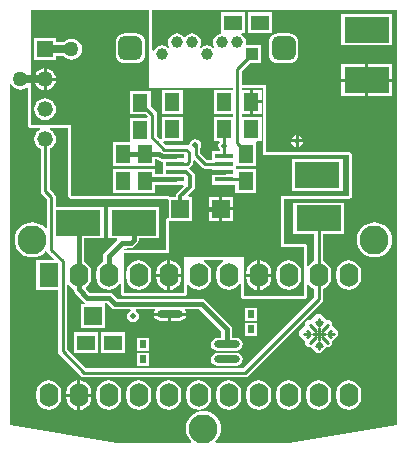
<source format=gbl>
%FSLAX25Y25*%
%MOIN*%
G70*
G01*
G75*
G04 Layer_Physical_Order=6*
G04 Layer_Color=16711680*
%ADD10O,0.08661X0.02362*%
%ADD11R,0.05000X0.06000*%
%ADD12C,0.01500*%
%ADD13C,0.01000*%
%ADD14C,0.02500*%
%ADD15O,0.06300X0.07874*%
%ADD16R,0.06300X0.07874*%
%ADD17C,0.03937*%
G04:AMPARAMS|DCode=18|XSize=78.74mil|YSize=78.74mil|CornerRadius=19.69mil|HoleSize=0mil|Usage=FLASHONLY|Rotation=180.000|XOffset=0mil|YOffset=0mil|HoleType=Round|Shape=RoundedRectangle|*
%AMROUNDEDRECTD18*
21,1,0.07874,0.03937,0,0,180.0*
21,1,0.03937,0.07874,0,0,180.0*
1,1,0.03937,-0.01969,0.01969*
1,1,0.03937,0.01969,0.01969*
1,1,0.03937,0.01969,-0.01969*
1,1,0.03937,-0.01969,-0.01969*
%
%ADD18ROUNDEDRECTD18*%
%ADD19R,0.03937X0.03937*%
%ADD20C,0.05200*%
%ADD21R,0.05200X0.05200*%
%ADD22R,0.02000X0.02500*%
%ADD23R,0.06000X0.06000*%
%ADD24R,0.06000X0.05000*%
%ADD25R,0.15000X0.08500*%
%ADD26C,0.09700*%
%ADD27C,0.05000*%
%ADD28C,0.02000*%
%ADD29C,0.04000*%
%ADD30C,0.09100*%
G04:AMPARAMS|DCode=31|XSize=111mil|YSize=111mil|CornerRadius=0mil|HoleSize=0mil|Usage=FLASHONLY|Rotation=0.000|XOffset=0mil|YOffset=0mil|HoleType=Round|Shape=Relief|Width=10mil|Gap=10mil|Entries=4|*
%AMTHD31*
7,0,0,0.11100,0.09100,0.01000,45*
%
%ADD31THD31*%
%ADD32C,0.06913*%
%ADD33C,0.09315*%
%ADD34C,0.07800*%
%ADD35C,0.04800*%
G04:AMPARAMS|DCode=36|XSize=68mil|YSize=68mil|CornerRadius=0mil|HoleSize=0mil|Usage=FLASHONLY|Rotation=0.000|XOffset=0mil|YOffset=0mil|HoleType=Round|Shape=Relief|Width=10mil|Gap=10mil|Entries=4|*
%AMTHD36*
7,0,0,0.06800,0.04800,0.01000,45*
%
%ADD36THD36*%
%ADD37C,0.12500*%
G04:AMPARAMS|DCode=38|XSize=88mil|YSize=88mil|CornerRadius=0mil|HoleSize=0mil|Usage=FLASHONLY|Rotation=0.000|XOffset=0mil|YOffset=0mil|HoleType=Round|Shape=Relief|Width=10mil|Gap=10mil|Entries=4|*
%AMTHD38*
7,0,0,0.08800,0.06800,0.01000,45*
%
%ADD38THD38*%
%ADD39C,0.06800*%
%ADD40C,0.03000*%
%ADD41C,0.00600*%
G04:AMPARAMS|DCode=42|XSize=98mil|YSize=98mil|CornerRadius=0mil|HoleSize=0mil|Usage=FLASHONLY|Rotation=0.000|XOffset=0mil|YOffset=0mil|HoleType=Round|Shape=Relief|Width=10mil|Gap=10mil|Entries=4|*
%AMTHD42*
7,0,0,0.09800,0.07800,0.01000,45*
%
%ADD42THD42*%
%ADD43R,0.06102X0.01575*%
%ADD44C,0.01200*%
G36*
X21501Y84000D02*
X21577Y83618D01*
X21793Y83293D01*
X22118Y83077D01*
X22500Y83001D01*
X54242D01*
X54294Y82924D01*
X54618Y82707D01*
X54870Y82657D01*
Y76643D01*
X54618Y76593D01*
X54294Y76376D01*
X54077Y76052D01*
X54001Y75670D01*
Y65999D01*
X40047D01*
X39997Y66120D01*
X40078Y66242D01*
X41559Y66536D01*
X42200D01*
X42875Y66670D01*
X43447Y67053D01*
X44447Y68053D01*
X44830Y68625D01*
X44964Y69300D01*
Y69770D01*
X51680D01*
Y80230D01*
X34720D01*
Y69770D01*
X37522D01*
X37714Y69308D01*
X33653Y65247D01*
X33270Y64675D01*
X33136Y64000D01*
Y62027D01*
X32817Y61895D01*
X31955Y61233D01*
X31293Y60370D01*
X30876Y59365D01*
X30734Y58287D01*
Y56713D01*
X30876Y55635D01*
X31293Y54630D01*
X31955Y53767D01*
X32817Y53105D01*
X33822Y52689D01*
X34900Y52547D01*
X35978Y52689D01*
X36983Y53105D01*
X37846Y53767D01*
X38508Y54630D01*
X38510Y54637D01*
X39001Y54540D01*
Y51500D01*
X39077Y51118D01*
X39294Y50793D01*
X39618Y50577D01*
X40000Y50501D01*
X60000D01*
X60382Y50577D01*
X60707Y50793D01*
X60923Y51118D01*
X60999Y51500D01*
Y54235D01*
X61473Y54395D01*
X61954Y53767D01*
X62817Y53105D01*
X63822Y52689D01*
X64900Y52547D01*
X65978Y52689D01*
X66983Y53105D01*
X67846Y53767D01*
X68508Y54630D01*
X68924Y55635D01*
X69066Y56713D01*
Y58287D01*
X68924Y59365D01*
X68508Y60370D01*
X67846Y61233D01*
X66983Y61895D01*
X66703Y62010D01*
X66801Y62501D01*
X72999D01*
X73097Y62010D01*
X72817Y61895D01*
X71954Y61233D01*
X71292Y60370D01*
X70876Y59365D01*
X70734Y58287D01*
Y56713D01*
X70876Y55635D01*
X71292Y54630D01*
X71954Y53767D01*
X72817Y53105D01*
X73822Y52689D01*
X74900Y52547D01*
X75978Y52689D01*
X76983Y53105D01*
X77846Y53767D01*
X78508Y54630D01*
X78510Y54637D01*
X79001Y54540D01*
Y50500D01*
X79077Y50118D01*
X79294Y49793D01*
X79618Y49577D01*
X80000Y49501D01*
X100000D01*
X100382Y49577D01*
X100707Y49793D01*
X100923Y50118D01*
X100999Y50500D01*
Y54235D01*
X101473Y54395D01*
X101954Y53767D01*
X102817Y53105D01*
X103391Y52868D01*
Y50125D01*
X79775Y26509D01*
X27325D01*
X21039Y32795D01*
Y54183D01*
X21512Y54343D01*
X21954Y53767D01*
X22817Y53105D01*
X22840Y53096D01*
X23136Y52800D01*
X23136Y52800D01*
D01*
X23270Y52125D01*
X23653Y51553D01*
X26586Y48619D01*
X27051Y48309D01*
X26906Y47830D01*
X25570D01*
Y39870D01*
X33530D01*
Y47749D01*
X33530Y47749D01*
D01*
D01*
X33530Y47830D01*
D01*
X33803Y48103D01*
X34303D01*
X35753Y46653D01*
X36325Y46270D01*
X37000Y46136D01*
X42046D01*
X42191Y45658D01*
X41622Y45278D01*
X41185Y44623D01*
X41031Y43850D01*
X41185Y43077D01*
X41622Y42423D01*
X42277Y41985D01*
X43050Y41831D01*
X43823Y41985D01*
X44477Y42423D01*
X44915Y43077D01*
X45069Y43850D01*
X44915Y44623D01*
X44477Y45278D01*
X43909Y45658D01*
X44054Y46136D01*
X50208D01*
X50444Y45695D01*
X50147Y45251D01*
X50077Y44900D01*
X60625D01*
X60555Y45251D01*
X60259Y45695D01*
X60494Y46136D01*
X65169D01*
X72485Y38821D01*
Y36603D01*
X71099D01*
X70256Y36436D01*
X69541Y35958D01*
X69064Y35243D01*
X68896Y34400D01*
X69064Y33557D01*
X69541Y32842D01*
X70256Y32364D01*
X71099Y32197D01*
X77398D01*
X78242Y32364D01*
X78957Y32842D01*
X79434Y33557D01*
X79602Y34400D01*
X79434Y35243D01*
X78957Y35958D01*
X78242Y36436D01*
X77398Y36603D01*
X76013D01*
Y39551D01*
X75878Y40226D01*
X75496Y40799D01*
X67147Y49147D01*
X66575Y49530D01*
X65900Y49664D01*
X37731D01*
X36281Y51114D01*
X35708Y51496D01*
X35034Y51630D01*
X28564D01*
X27311Y52883D01*
X27344Y53382D01*
X27845Y53767D01*
X28508Y54630D01*
X28924Y55635D01*
X29066Y56713D01*
Y58287D01*
X28924Y59365D01*
X28508Y60370D01*
X27845Y61233D01*
X26983Y61895D01*
X26664Y62027D01*
Y69770D01*
X33280D01*
Y80230D01*
X17219D01*
Y83500D01*
X17104Y84078D01*
X16777Y84567D01*
X15209Y86135D01*
Y99550D01*
X15505Y99673D01*
X16253Y100247D01*
X16827Y100995D01*
X17188Y101865D01*
X17311Y102800D01*
X17188Y103735D01*
X16827Y104605D01*
X16253Y105353D01*
X15505Y105927D01*
X15304Y106010D01*
X15402Y106501D01*
X21501D01*
Y84000D01*
D02*
G37*
G36*
X86500Y97500D02*
X115000D01*
Y84000D01*
X92500D01*
Y67000D01*
X100000D01*
Y50500D01*
X80000D01*
Y63500D01*
X60000D01*
Y51500D01*
X40000D01*
Y65000D01*
X55000D01*
Y75670D01*
X62830D01*
Y83630D01*
X61661D01*
X61470Y84092D01*
X63236Y85857D01*
X63585Y86380D01*
X63708Y86997D01*
Y90397D01*
X63651Y90680D01*
X63585Y91013D01*
X63585Y91013D01*
X63585Y91013D01*
X63448Y91217D01*
X63236Y91536D01*
X61884Y92888D01*
X61884Y92888D01*
X61884Y92888D01*
D01*
X61884Y92888D01*
X61852Y92936D01*
X61946Y93412D01*
X61946Y93412D01*
X61946Y93412D01*
X62649Y94115D01*
X62649Y94115D01*
X62867Y94442D01*
X62976Y94604D01*
X63091Y95182D01*
X63091Y95182D01*
Y95501D01*
X63553Y95693D01*
X65833Y93412D01*
X66322Y93085D01*
X66900Y92970D01*
X69318D01*
Y90133D01*
X69338D01*
Y87594D01*
X77120D01*
Y84920D01*
X84080D01*
Y92880D01*
X77420D01*
Y93708D01*
D01*
Y93708D01*
X77633Y93920D01*
X84080D01*
Y101880D01*
X84080D01*
Y101966D01*
X84434Y102320D01*
X85880D01*
Y110280D01*
X79209D01*
Y111300D01*
X81900D01*
Y115300D01*
Y119300D01*
X79209D01*
Y120000D01*
X86500D01*
Y97500D01*
D02*
G37*
G36*
X73869Y91129D02*
X72869D01*
Y91920D01*
X73869D01*
Y91129D01*
D02*
G37*
G36*
X130983Y7622D02*
X95140Y1617D01*
X70675D01*
X70507Y2088D01*
X70592Y2158D01*
X71321Y3045D01*
X71862Y4058D01*
X72196Y5157D01*
X72308Y6300D01*
X72196Y7443D01*
X71862Y8542D01*
X71321Y9555D01*
X70592Y10442D01*
X69705Y11171D01*
X68692Y11712D01*
X67593Y12046D01*
X66450Y12158D01*
X65307Y12046D01*
X64208Y11712D01*
X63195Y11171D01*
X62308Y10442D01*
X61579Y9555D01*
X61038Y8542D01*
X60704Y7443D01*
X60592Y6300D01*
X60704Y5157D01*
X61038Y4058D01*
X61579Y3045D01*
X62308Y2158D01*
X62393Y2088D01*
X62225Y1617D01*
X37760D01*
X1917Y7622D01*
Y121023D01*
X2407Y121121D01*
X2443Y121035D01*
X3004Y120304D01*
X3735Y119743D01*
X4586Y119390D01*
X5500Y119270D01*
X6414Y119390D01*
X7265Y119743D01*
X7552Y119963D01*
X8001Y119742D01*
Y107500D01*
X8077Y107118D01*
X8293Y106793D01*
X8618Y106577D01*
X9000Y106501D01*
X11998D01*
X12096Y106010D01*
X11895Y105927D01*
X11147Y105353D01*
X10573Y104605D01*
X10212Y103735D01*
X10089Y102800D01*
X10212Y101865D01*
X10573Y100995D01*
X11147Y100247D01*
X11895Y99673D01*
X12191Y99550D01*
Y85510D01*
X12306Y84933D01*
X12633Y84443D01*
X12633Y84443D01*
X12633Y84443D01*
X14201Y82875D01*
Y73258D01*
X13730Y73089D01*
X13522Y73342D01*
X12635Y74071D01*
X11622Y74612D01*
X10523Y74946D01*
X9380Y75058D01*
X8237Y74946D01*
X7138Y74612D01*
X6125Y74071D01*
X5238Y73342D01*
X4509Y72455D01*
X3968Y71442D01*
X3634Y70343D01*
X3522Y69200D01*
X3634Y68057D01*
X3968Y66958D01*
X4509Y65945D01*
X5238Y65058D01*
X6125Y64329D01*
X7138Y63788D01*
X8237Y63454D01*
X9380Y63342D01*
X10523Y63454D01*
X11622Y63788D01*
X12635Y64329D01*
X13522Y65058D01*
X13828Y65430D01*
X14313Y65308D01*
X14316Y65293D01*
X14643Y64803D01*
X16567Y62879D01*
X16376Y62417D01*
X10770D01*
Y52583D01*
X18021D01*
Y32170D01*
X18136Y31593D01*
X18463Y31103D01*
X18463Y31103D01*
X18463Y31103D01*
X25633Y23933D01*
X25633D01*
X25633Y23933D01*
X25633Y23933D01*
Y23933D01*
X26122Y23606D01*
X26700Y23491D01*
X80400D01*
X80977Y23606D01*
X81467Y23933D01*
X81467Y23933D01*
X81467Y23933D01*
X105967Y48433D01*
X105967Y48433D01*
X105967Y48433D01*
X106294Y48923D01*
X106409Y49500D01*
Y52868D01*
X106983Y53105D01*
X107846Y53767D01*
X108508Y54630D01*
X108924Y55635D01*
X109066Y56713D01*
Y58287D01*
X108924Y59365D01*
X108508Y60370D01*
X107846Y61233D01*
X106983Y61895D01*
X106409Y62132D01*
Y71170D01*
X113380D01*
Y81630D01*
X96420D01*
Y71170D01*
X103391D01*
Y62132D01*
X102817Y61895D01*
X101954Y61233D01*
X101473Y60605D01*
X100999Y60765D01*
Y67000D01*
X100923Y67382D01*
X100707Y67707D01*
X100382Y67923D01*
X100000Y67999D01*
X93499D01*
Y83001D01*
X115000D01*
X115382Y83077D01*
X115707Y83293D01*
X115923Y83618D01*
X115999Y84000D01*
Y97500D01*
X115923Y97882D01*
X115707Y98207D01*
X115382Y98423D01*
X115000Y98499D01*
X87499D01*
Y120000D01*
X87423Y120382D01*
X87207Y120706D01*
X86882Y120923D01*
X86500Y120999D01*
X79209D01*
Y125483D01*
X81878Y128152D01*
X85641D01*
Y134048D01*
X80915D01*
X80585Y134424D01*
X80666Y135037D01*
X80565Y135807D01*
X80268Y136524D01*
X79795Y137140D01*
X79179Y137612D01*
X79138Y137630D01*
X79235Y138120D01*
X80280D01*
Y145080D01*
X72320D01*
Y140838D01*
X72320D01*
X72320Y140838D01*
X72320Y138120D01*
Y138120D01*
Y137962D01*
X71922Y137910D01*
X71205Y137612D01*
X70589Y137140D01*
X70117Y136524D01*
X69820Y135807D01*
X69718Y135037D01*
X69820Y134267D01*
X70108Y133572D01*
X69711Y133267D01*
X69179Y133676D01*
X68462Y133973D01*
X67692Y134074D01*
X66922Y133973D01*
X66205Y133676D01*
X65673Y133267D01*
X65277Y133572D01*
X65565Y134267D01*
X65666Y135037D01*
X65565Y135807D01*
X65268Y136524D01*
X64795Y137140D01*
X64179Y137612D01*
X63462Y137910D01*
X62692Y138011D01*
X61923Y137910D01*
X61205Y137612D01*
X60589Y137140D01*
X60442Y136948D01*
X59942D01*
X59795Y137140D01*
X59179Y137612D01*
X58462Y137910D01*
X57692Y138011D01*
X56923Y137910D01*
X56205Y137612D01*
X55589Y137140D01*
X55117Y136524D01*
X54820Y135807D01*
X54718Y135037D01*
X54820Y134267D01*
X55108Y133572D01*
X54711Y133267D01*
X54179Y133676D01*
X53462Y133973D01*
X52692Y134074D01*
X51923Y133973D01*
X51205Y133676D01*
X50589Y133203D01*
X50117Y132587D01*
X49990Y132280D01*
X49499Y132378D01*
Y145783D01*
X130983D01*
Y7622D01*
D02*
G37*
G36*
X48500Y120000D02*
X76191D01*
Y119280D01*
X69920D01*
Y111320D01*
X76191D01*
Y110280D01*
X69920D01*
Y102320D01*
X71638D01*
X71873Y101879D01*
X71535Y101373D01*
X71381Y100600D01*
X71535Y99827D01*
X71891Y99295D01*
Y98806D01*
X69338D01*
Y95988D01*
X67525D01*
X65509Y98004D01*
Y99794D01*
X65665Y100027D01*
X65819Y100800D01*
X65665Y101573D01*
X65228Y102227D01*
X64573Y102665D01*
X63800Y102819D01*
X63027Y102665D01*
X62372Y102227D01*
X61935Y101573D01*
X61796Y100876D01*
X61459Y100736D01*
X61303Y100705D01*
X61281Y100720D01*
X60703Y100835D01*
X54081D01*
X53058Y101858D01*
X53249Y102320D01*
X59580D01*
Y110280D01*
X52620D01*
Y102949D01*
X52158Y102758D01*
X52109Y102808D01*
X51682Y103092D01*
X51009Y103766D01*
Y111000D01*
X50894Y111577D01*
X50567Y112067D01*
X50567Y112067D01*
X48980Y113654D01*
Y118980D01*
X42020D01*
Y111020D01*
X47346D01*
X47924Y110442D01*
X47733Y109980D01*
X42020D01*
Y102020D01*
D01*
Y102020D01*
X41880Y101880D01*
X36320D01*
Y93920D01*
X43280D01*
Y93920D01*
X43280D01*
X43280Y93920D01*
X43520D01*
Y93920D01*
X50480D01*
Y96136D01*
X50969D01*
X51314Y95791D01*
X51886Y95409D01*
X52561Y95275D01*
X52999D01*
Y95271D01*
Y92712D01*
Y91125D01*
X50480D01*
Y92880D01*
X43634D01*
X43634Y92880D01*
Y92880D01*
X43520Y92880D01*
X43400D01*
X43280D01*
X43166Y92880D01*
X43166Y92880D01*
Y92880D01*
X36320D01*
Y84920D01*
X43166D01*
X43166Y84920D01*
Y84920D01*
X43280Y84920D01*
X43400D01*
X43520D01*
X43634Y84920D01*
X43634Y84920D01*
Y84920D01*
X50480D01*
Y87598D01*
X52999D01*
Y87594D01*
X59763D01*
X59954Y87132D01*
X57711Y84889D01*
X57362Y84367D01*
X57239Y83750D01*
Y83630D01*
X55000D01*
Y84000D01*
X22500D01*
Y107500D01*
X9000D01*
Y122724D01*
X9010Y122800D01*
X9000Y122876D01*
Y145783D01*
X48500D01*
Y120000D01*
D02*
G37*
%LPC*%
G36*
X54851Y43900D02*
X50077D01*
X50147Y43549D01*
X50629Y42827D01*
X51351Y42345D01*
X52202Y42176D01*
X54851D01*
Y43900D01*
D02*
G37*
G36*
X60625D02*
X55851D01*
Y42176D01*
X58501D01*
X59352Y42345D01*
X60073Y42827D01*
X60555Y43549D01*
X60625Y43900D01*
D02*
G37*
G36*
X48280Y36630D02*
X44320D01*
Y32170D01*
X48280D01*
Y36630D01*
D02*
G37*
G36*
X84380Y46630D02*
X80420D01*
Y42170D01*
X84380D01*
Y46630D01*
D02*
G37*
G36*
Y41630D02*
X80420D01*
Y37170D01*
X84380D01*
Y41630D01*
D02*
G37*
G36*
X59086Y57000D02*
X55400D01*
Y52593D01*
X55983Y52670D01*
X56993Y53088D01*
X57860Y53753D01*
X58525Y54620D01*
X58943Y55630D01*
X59086Y56713D01*
Y57000D01*
D02*
G37*
G36*
X54400D02*
X50714D01*
Y56713D01*
X50857Y55630D01*
X51275Y54620D01*
X51940Y53753D01*
X52807Y53088D01*
X53817Y52670D01*
X54400Y52593D01*
Y57000D01*
D02*
G37*
G36*
X89086D02*
X85400D01*
Y52593D01*
X85983Y52670D01*
X86993Y53088D01*
X87860Y53753D01*
X88525Y54620D01*
X88943Y55630D01*
X89086Y56713D01*
Y57000D01*
D02*
G37*
G36*
X84400D02*
X80714D01*
Y56713D01*
X80857Y55630D01*
X81275Y54620D01*
X81940Y53753D01*
X82807Y53088D01*
X83817Y52670D01*
X84400Y52593D01*
Y57000D01*
D02*
G37*
G36*
X44900Y62453D02*
X43822Y62311D01*
X42817Y61895D01*
X41954Y61233D01*
X41293Y60370D01*
X40876Y59365D01*
X40734Y58287D01*
Y56713D01*
X40876Y55635D01*
X41293Y54630D01*
X41954Y53767D01*
X42817Y53105D01*
X43822Y52689D01*
X44900Y52547D01*
X45978Y52689D01*
X46983Y53105D01*
X47846Y53767D01*
X48507Y54630D01*
X48924Y55635D01*
X49066Y56713D01*
Y58287D01*
X48924Y59365D01*
X48507Y60370D01*
X47846Y61233D01*
X46983Y61895D01*
X45978Y62311D01*
X44900Y62453D01*
D02*
G37*
G36*
X104900Y44509D02*
X104323Y44394D01*
X103833Y44067D01*
X103506Y43578D01*
X103475Y43424D01*
X103323Y43394D01*
X102833Y43067D01*
X102506Y42577D01*
X102288Y42432D01*
X101900Y42509D01*
X101322Y42394D01*
X100833Y42067D01*
X100506Y41578D01*
X100391Y41000D01*
X100504Y40430D01*
X100322Y40394D01*
X99833Y40067D01*
X99506Y39577D01*
X99476Y39424D01*
X99322Y39394D01*
X98833Y39067D01*
X98506Y38577D01*
X98391Y38000D01*
X98506Y37422D01*
X98833Y36933D01*
X99322Y36606D01*
X99476Y36575D01*
X99506Y36423D01*
X99833Y35933D01*
X100322Y35606D01*
X100468Y35388D01*
X100439Y35243D01*
X100391Y35000D01*
X100506Y34422D01*
X100833Y33933D01*
X101322Y33606D01*
X101900Y33491D01*
X102288Y33568D01*
X102506Y33422D01*
X102833Y32933D01*
X103323Y32606D01*
X103475Y32576D01*
X103506Y32423D01*
X103833Y31933D01*
X104323Y31606D01*
X104900Y31491D01*
X105477Y31606D01*
X105967Y31933D01*
X106294Y32423D01*
X106325Y32576D01*
X106477Y32606D01*
X106967Y32933D01*
X107294Y33422D01*
X107294Y33422D01*
Y33422D01*
X107512Y33568D01*
X107900Y33491D01*
X108477Y33606D01*
X108967Y33933D01*
X109294Y34422D01*
X109409Y35000D01*
X109332Y35388D01*
X109477Y35606D01*
X109477D01*
X109477Y35606D01*
X109967Y35933D01*
X110294Y36423D01*
X110325Y36575D01*
X110477Y36606D01*
X110967Y36933D01*
X111294Y37422D01*
X111409Y38000D01*
X111294Y38577D01*
X110967Y39067D01*
X110477Y39394D01*
X110325Y39424D01*
X110294Y39577D01*
X109967Y40067D01*
X109477Y40394D01*
X109477Y40394D01*
X109477D01*
X109332Y40612D01*
X109409Y41000D01*
X109294Y41578D01*
X108967Y42067D01*
X108477Y42394D01*
X107900Y42509D01*
X107512Y42432D01*
X107294Y42577D01*
Y42577D01*
X107294Y42577D01*
X106967Y43067D01*
X106477Y43394D01*
X106325Y43424D01*
X106294Y43578D01*
X105967Y44067D01*
X105477Y44394D01*
X104900Y44509D01*
D02*
G37*
G36*
X114900Y62453D02*
X113822Y62311D01*
X112817Y61895D01*
X111954Y61233D01*
X111293Y60370D01*
X110876Y59365D01*
X110734Y58287D01*
Y56713D01*
X110876Y55635D01*
X111293Y54630D01*
X111954Y53767D01*
X112817Y53105D01*
X113822Y52689D01*
X114900Y52547D01*
X115978Y52689D01*
X116983Y53105D01*
X117846Y53767D01*
X118508Y54630D01*
X118924Y55635D01*
X119066Y56713D01*
Y58287D01*
X118924Y59365D01*
X118508Y60370D01*
X117846Y61233D01*
X116983Y61895D01*
X115978Y62311D01*
X114900Y62453D01*
D02*
G37*
G36*
X94900D02*
X93822Y62311D01*
X92817Y61895D01*
X91954Y61233D01*
X91292Y60370D01*
X90876Y59365D01*
X90734Y58287D01*
Y56713D01*
X90876Y55635D01*
X91292Y54630D01*
X91954Y53767D01*
X92817Y53105D01*
X93822Y52689D01*
X94900Y52547D01*
X95978Y52689D01*
X96983Y53105D01*
X97846Y53767D01*
X98508Y54630D01*
X98924Y55635D01*
X99066Y56713D01*
Y58287D01*
X98924Y59365D01*
X98508Y60370D01*
X97846Y61233D01*
X96983Y61895D01*
X95978Y62311D01*
X94900Y62453D01*
D02*
G37*
G36*
X84900Y22453D02*
X83822Y22311D01*
X82817Y21895D01*
X81954Y21233D01*
X81292Y20370D01*
X80876Y19365D01*
X80734Y18287D01*
Y16713D01*
X80876Y15635D01*
X81292Y14630D01*
X81954Y13767D01*
X82817Y13105D01*
X83822Y12689D01*
X84900Y12547D01*
X85978Y12689D01*
X86983Y13105D01*
X87846Y13767D01*
X88508Y14630D01*
X88924Y15635D01*
X89066Y16713D01*
Y18287D01*
X88924Y19365D01*
X88508Y20370D01*
X87846Y21233D01*
X86983Y21895D01*
X85978Y22311D01*
X84900Y22453D01*
D02*
G37*
G36*
X74900D02*
X73822Y22311D01*
X72817Y21895D01*
X71954Y21233D01*
X71292Y20370D01*
X70876Y19365D01*
X70734Y18287D01*
Y16713D01*
X70876Y15635D01*
X71292Y14630D01*
X71954Y13767D01*
X72817Y13105D01*
X73822Y12689D01*
X74900Y12547D01*
X75978Y12689D01*
X76983Y13105D01*
X77846Y13767D01*
X78508Y14630D01*
X78924Y15635D01*
X79066Y16713D01*
Y18287D01*
X78924Y19365D01*
X78508Y20370D01*
X77846Y21233D01*
X76983Y21895D01*
X75978Y22311D01*
X74900Y22453D01*
D02*
G37*
G36*
X104900D02*
X103822Y22311D01*
X102817Y21895D01*
X101954Y21233D01*
X101292Y20370D01*
X100876Y19365D01*
X100734Y18287D01*
Y16713D01*
X100876Y15635D01*
X101292Y14630D01*
X101954Y13767D01*
X102817Y13105D01*
X103822Y12689D01*
X104900Y12547D01*
X105978Y12689D01*
X106983Y13105D01*
X107846Y13767D01*
X108508Y14630D01*
X108924Y15635D01*
X109066Y16713D01*
Y18287D01*
X108924Y19365D01*
X108508Y20370D01*
X107846Y21233D01*
X106983Y21895D01*
X105978Y22311D01*
X104900Y22453D01*
D02*
G37*
G36*
X94900D02*
X93822Y22311D01*
X92817Y21895D01*
X91954Y21233D01*
X91292Y20370D01*
X90876Y19365D01*
X90734Y18287D01*
Y16713D01*
X90876Y15635D01*
X91292Y14630D01*
X91954Y13767D01*
X92817Y13105D01*
X93822Y12689D01*
X94900Y12547D01*
X95978Y12689D01*
X96983Y13105D01*
X97846Y13767D01*
X98508Y14630D01*
X98924Y15635D01*
X99066Y16713D01*
Y18287D01*
X98924Y19365D01*
X98508Y20370D01*
X97846Y21233D01*
X96983Y21895D01*
X95978Y22311D01*
X94900Y22453D01*
D02*
G37*
G36*
X64900D02*
X63822Y22311D01*
X62817Y21895D01*
X61954Y21233D01*
X61292Y20370D01*
X60876Y19365D01*
X60734Y18287D01*
Y16713D01*
X60876Y15635D01*
X61292Y14630D01*
X61954Y13767D01*
X62817Y13105D01*
X63822Y12689D01*
X64900Y12547D01*
X65978Y12689D01*
X66983Y13105D01*
X67846Y13767D01*
X68508Y14630D01*
X68924Y15635D01*
X69066Y16713D01*
Y18287D01*
X68924Y19365D01*
X68508Y20370D01*
X67846Y21233D01*
X66983Y21895D01*
X65978Y22311D01*
X64900Y22453D01*
D02*
G37*
G36*
X34900D02*
X33822Y22311D01*
X32817Y21895D01*
X31955Y21233D01*
X31293Y20370D01*
X30876Y19365D01*
X30734Y18287D01*
Y16713D01*
X30876Y15635D01*
X31293Y14630D01*
X31955Y13767D01*
X32817Y13105D01*
X33822Y12689D01*
X34900Y12547D01*
X35978Y12689D01*
X36983Y13105D01*
X37846Y13767D01*
X38508Y14630D01*
X38924Y15635D01*
X39066Y16713D01*
Y18287D01*
X38924Y19365D01*
X38508Y20370D01*
X37846Y21233D01*
X36983Y21895D01*
X35978Y22311D01*
X34900Y22453D01*
D02*
G37*
G36*
X14900D02*
X13822Y22311D01*
X12817Y21895D01*
X11954Y21233D01*
X11292Y20370D01*
X10876Y19365D01*
X10734Y18287D01*
Y16713D01*
X10876Y15635D01*
X11292Y14630D01*
X11954Y13767D01*
X12817Y13105D01*
X13822Y12689D01*
X14900Y12547D01*
X15978Y12689D01*
X16983Y13105D01*
X17846Y13767D01*
X18508Y14630D01*
X18924Y15635D01*
X19066Y16713D01*
Y18287D01*
X18924Y19365D01*
X18508Y20370D01*
X17846Y21233D01*
X16983Y21895D01*
X15978Y22311D01*
X14900Y22453D01*
D02*
G37*
G36*
X54900D02*
X53822Y22311D01*
X52817Y21895D01*
X51954Y21233D01*
X51292Y20370D01*
X50876Y19365D01*
X50734Y18287D01*
Y16713D01*
X50876Y15635D01*
X51292Y14630D01*
X51954Y13767D01*
X52817Y13105D01*
X53822Y12689D01*
X54900Y12547D01*
X55978Y12689D01*
X56983Y13105D01*
X57846Y13767D01*
X58508Y14630D01*
X58924Y15635D01*
X59066Y16713D01*
Y18287D01*
X58924Y19365D01*
X58508Y20370D01*
X57846Y21233D01*
X56983Y21895D01*
X55978Y22311D01*
X54900Y22453D01*
D02*
G37*
G36*
X44900D02*
X43822Y22311D01*
X42817Y21895D01*
X41954Y21233D01*
X41293Y20370D01*
X40876Y19365D01*
X40734Y18287D01*
Y16713D01*
X40876Y15635D01*
X41293Y14630D01*
X41954Y13767D01*
X42817Y13105D01*
X43822Y12689D01*
X44900Y12547D01*
X45978Y12689D01*
X46983Y13105D01*
X47846Y13767D01*
X48507Y14630D01*
X48924Y15635D01*
X49066Y16713D01*
Y18287D01*
X48924Y19365D01*
X48507Y20370D01*
X47846Y21233D01*
X46983Y21895D01*
X45978Y22311D01*
X44900Y22453D01*
D02*
G37*
G36*
X77398Y31603D02*
X71099D01*
X70256Y31436D01*
X69541Y30958D01*
X69064Y30243D01*
X68896Y29400D01*
X69064Y28557D01*
X69541Y27842D01*
X70256Y27364D01*
X71099Y27197D01*
X77398D01*
X78242Y27364D01*
X78957Y27842D01*
X79434Y28557D01*
X79602Y29400D01*
X79434Y30243D01*
X78957Y30958D01*
X78242Y31436D01*
X77398Y31603D01*
D02*
G37*
G36*
X48280Y31630D02*
X44320D01*
Y27170D01*
X48280D01*
Y31630D01*
D02*
G37*
G36*
X40280Y38480D02*
X32320D01*
Y31520D01*
X40280D01*
Y38480D01*
D02*
G37*
G36*
X31280D02*
X23320D01*
Y31520D01*
X31280D01*
Y38480D01*
D02*
G37*
G36*
X25400Y22407D02*
Y18000D01*
X29086D01*
Y18287D01*
X28943Y19370D01*
X28525Y20380D01*
X27860Y21247D01*
X26993Y21912D01*
X25983Y22330D01*
X25400Y22407D01*
D02*
G37*
G36*
X24400Y17000D02*
X20714D01*
Y16713D01*
X20857Y15630D01*
X21275Y14620D01*
X21940Y13753D01*
X22807Y13088D01*
X23817Y12670D01*
X24400Y12593D01*
Y17000D01*
D02*
G37*
G36*
X114900Y22453D02*
X113822Y22311D01*
X112817Y21895D01*
X111954Y21233D01*
X111293Y20370D01*
X110876Y19365D01*
X110734Y18287D01*
Y16713D01*
X110876Y15635D01*
X111293Y14630D01*
X111954Y13767D01*
X112817Y13105D01*
X113822Y12689D01*
X114900Y12547D01*
X115978Y12689D01*
X116983Y13105D01*
X117846Y13767D01*
X118508Y14630D01*
X118924Y15635D01*
X119066Y16713D01*
Y18287D01*
X118924Y19365D01*
X118508Y20370D01*
X117846Y21233D01*
X116983Y21895D01*
X115978Y22311D01*
X114900Y22453D01*
D02*
G37*
G36*
X24400Y22407D02*
X23817Y22330D01*
X22807Y21912D01*
X21940Y21247D01*
X21275Y20380D01*
X20857Y19370D01*
X20714Y18287D01*
Y18000D01*
X24400D01*
Y22407D01*
D02*
G37*
G36*
X29086Y17000D02*
X25400D01*
Y12593D01*
X25983Y12670D01*
X26993Y13088D01*
X27860Y13753D01*
X28525Y14620D01*
X28943Y15630D01*
X29086Y16713D01*
Y17000D01*
D02*
G37*
G36*
X13200Y122300D02*
X10135D01*
X10193Y121860D01*
X10555Y120984D01*
X11133Y120232D01*
X11885Y119655D01*
X12760Y119293D01*
X13200Y119235D01*
Y122300D01*
D02*
G37*
G36*
X17265D02*
X14200D01*
Y119235D01*
X14640Y119293D01*
X15516Y119655D01*
X16267Y120232D01*
X16845Y120984D01*
X17207Y121860D01*
X17265Y122300D01*
D02*
G37*
G36*
X120500Y127750D02*
X112500D01*
Y123000D01*
X120500D01*
Y127750D01*
D02*
G37*
G36*
X129500Y122000D02*
X121500D01*
Y117250D01*
X129500D01*
Y122000D01*
D02*
G37*
G36*
X59580Y119280D02*
X52620D01*
Y111320D01*
X59580D01*
Y119280D01*
D02*
G37*
G36*
X85900Y119300D02*
X82900D01*
Y115800D01*
X85900D01*
Y119300D01*
D02*
G37*
G36*
X120500Y122000D02*
X112500D01*
Y117250D01*
X120500D01*
Y122000D01*
D02*
G37*
G36*
X129500Y127750D02*
X121500D01*
Y123000D01*
X129500D01*
Y127750D01*
D02*
G37*
G36*
X17280Y136380D02*
X10120D01*
Y129220D01*
X17280D01*
Y130526D01*
X19858D01*
X20018Y130318D01*
X20745Y129760D01*
X21591Y129410D01*
X22500Y129290D01*
X23408Y129410D01*
X24255Y129760D01*
X24982Y130318D01*
X25540Y131045D01*
X25890Y131892D01*
X26010Y132800D01*
X25890Y133709D01*
X25540Y134555D01*
X24982Y135282D01*
X24255Y135840D01*
X23408Y136190D01*
X22500Y136310D01*
X21591Y136190D01*
X20745Y135840D01*
X20018Y135282D01*
X19858Y135074D01*
X17280D01*
Y136380D01*
D02*
G37*
G36*
X129480Y144530D02*
X112520D01*
Y134070D01*
X129480D01*
Y144530D01*
D02*
G37*
G36*
X89280Y145080D02*
X81320D01*
Y138120D01*
X89280D01*
Y145080D01*
D02*
G37*
G36*
X95173Y138011D02*
X91236D01*
X90466Y137910D01*
X89749Y137613D01*
X89133Y137140D01*
X88660Y136524D01*
X88363Y135807D01*
X88261Y135037D01*
Y131100D01*
X88363Y130330D01*
X88660Y129613D01*
X89133Y128997D01*
X89749Y128525D01*
X90466Y128227D01*
X91236Y128126D01*
X95173D01*
X95942Y128227D01*
X96659Y128525D01*
X97275Y128997D01*
X97748Y129613D01*
X98045Y130330D01*
X98146Y131100D01*
Y135037D01*
X98045Y135807D01*
X97748Y136524D01*
X97275Y137140D01*
X96659Y137613D01*
X95942Y137910D01*
X95173Y138011D01*
D02*
G37*
G36*
X13200Y126365D02*
X12760Y126307D01*
X11885Y125945D01*
X11133Y125368D01*
X10555Y124616D01*
X10193Y123740D01*
X10135Y123300D01*
X13200D01*
Y126365D01*
D02*
G37*
G36*
X14200D02*
Y123300D01*
X17265D01*
X17207Y123740D01*
X16845Y124616D01*
X16267Y125368D01*
X15516Y125945D01*
X14640Y126307D01*
X14200Y126365D01*
D02*
G37*
G36*
X44149Y138011D02*
X40212D01*
X39442Y137910D01*
X38725Y137613D01*
X38109Y137140D01*
X37636Y136524D01*
X37339Y135807D01*
X37238Y135037D01*
Y131100D01*
X37339Y130330D01*
X37636Y129613D01*
X38109Y128997D01*
X38725Y128525D01*
X39442Y128227D01*
X40212Y128126D01*
X44149D01*
X44918Y128227D01*
X45636Y128525D01*
X46252Y128997D01*
X46724Y129613D01*
X47021Y130330D01*
X47123Y131100D01*
Y135037D01*
X47021Y135807D01*
X46724Y136524D01*
X46252Y137140D01*
X45636Y137613D01*
X44918Y137910D01*
X44149Y138011D01*
D02*
G37*
G36*
X85900Y114800D02*
X82900D01*
Y111300D01*
X85900D01*
Y114800D01*
D02*
G37*
G36*
X123480Y75058D02*
X122337Y74946D01*
X121238Y74612D01*
X120225Y74071D01*
X119338Y73342D01*
X118609Y72455D01*
X118068Y71442D01*
X117734Y70343D01*
X117622Y69200D01*
X117734Y68057D01*
X118068Y66958D01*
X118609Y65945D01*
X119338Y65058D01*
X120225Y64329D01*
X121238Y63788D01*
X122337Y63454D01*
X123480Y63342D01*
X124623Y63454D01*
X125722Y63788D01*
X126735Y64329D01*
X127622Y65058D01*
X128351Y65945D01*
X128892Y66958D01*
X129226Y68057D01*
X129338Y69200D01*
X129226Y70343D01*
X128892Y71442D01*
X128351Y72455D01*
X127622Y73342D01*
X126735Y74071D01*
X125722Y74612D01*
X124623Y74946D01*
X123480Y75058D01*
D02*
G37*
G36*
X71850Y79150D02*
X68350D01*
Y75650D01*
X71850D01*
Y79150D01*
D02*
G37*
G36*
X76350D02*
X72850D01*
Y75650D01*
X76350D01*
Y79150D01*
D02*
G37*
G36*
X85400Y62407D02*
Y58000D01*
X89086D01*
Y58287D01*
X88943Y59370D01*
X88525Y60380D01*
X87860Y61247D01*
X86993Y61912D01*
X85983Y62330D01*
X85400Y62407D01*
D02*
G37*
G36*
X54400D02*
X53817Y62330D01*
X52807Y61912D01*
X51940Y61247D01*
X51275Y60380D01*
X50857Y59370D01*
X50714Y58287D01*
Y58000D01*
X54400D01*
Y62407D01*
D02*
G37*
G36*
X55400D02*
Y58000D01*
X59086D01*
Y58287D01*
X58943Y59370D01*
X58525Y60380D01*
X57860Y61247D01*
X56993Y61912D01*
X55983Y62330D01*
X55400Y62407D01*
D02*
G37*
G36*
X84400D02*
X83817Y62330D01*
X82807Y61912D01*
X81940Y61247D01*
X81275Y60380D01*
X80857Y59370D01*
X80714Y58287D01*
Y58000D01*
X84400D01*
Y62407D01*
D02*
G37*
G36*
X71850Y83650D02*
X68350D01*
Y80150D01*
X71850D01*
Y83650D01*
D02*
G37*
G36*
X97200Y104140D02*
X96920Y104084D01*
X96258Y103642D01*
X95816Y102980D01*
X95760Y102700D01*
X97200D01*
Y104140D01*
D02*
G37*
G36*
X98200D02*
Y102700D01*
X99640D01*
X99584Y102980D01*
X99142Y103642D01*
X98480Y104084D01*
X98200Y104140D01*
D02*
G37*
G36*
X13700Y116411D02*
X12765Y116288D01*
X11895Y115927D01*
X11147Y115353D01*
X10573Y114605D01*
X10212Y113735D01*
X10089Y112800D01*
X10212Y111865D01*
X10573Y110995D01*
X11147Y110247D01*
X11895Y109673D01*
X12765Y109312D01*
X13700Y109189D01*
X14635Y109312D01*
X15505Y109673D01*
X16253Y110247D01*
X16827Y110995D01*
X17188Y111865D01*
X17311Y112800D01*
X17188Y113735D01*
X16827Y114605D01*
X16253Y115353D01*
X15505Y115927D01*
X14635Y116288D01*
X13700Y116411D01*
D02*
G37*
G36*
X99640Y101700D02*
X98200D01*
Y100260D01*
X98480Y100316D01*
X99142Y100758D01*
X99584Y101420D01*
X99640Y101700D01*
D02*
G37*
G36*
X76350Y83650D02*
X72850D01*
Y80150D01*
X76350D01*
Y83650D01*
D02*
G37*
G36*
X112880Y96130D02*
X95920D01*
Y85670D01*
X112880D01*
Y96130D01*
D02*
G37*
G36*
X97200Y101700D02*
X95760D01*
X95816Y101420D01*
X96258Y100758D01*
X96920Y100316D01*
X97200Y100260D01*
Y101700D01*
D02*
G37*
%LPD*%
D10*
X74249Y29400D02*
D03*
X55351Y44400D02*
D03*
X74249Y34400D02*
D03*
D11*
X39800Y97900D02*
D03*
X73400Y106300D02*
D03*
Y115300D02*
D03*
X47000Y88900D02*
D03*
Y97900D02*
D03*
X45500Y115000D02*
D03*
X80600Y97900D02*
D03*
Y88900D02*
D03*
X39800D02*
D03*
X56100Y115300D02*
D03*
X80600Y88900D02*
D03*
X82400Y106300D02*
D03*
Y115300D02*
D03*
X45500Y106000D02*
D03*
X56100Y106300D02*
D03*
X47000Y88900D02*
D03*
X73400Y115300D02*
D03*
D12*
X24800Y76400D02*
X25000Y76200D01*
X39800Y97900D02*
X47000D01*
Y88900D02*
X47461Y89361D01*
X57031D01*
X47000Y97900D02*
X51700D01*
X52561Y97039D01*
X57031D01*
X68050Y79650D02*
X72350D01*
X66700Y81000D02*
X68050Y79650D01*
X66700Y81000D02*
Y89900D01*
X68720Y91920D01*
X73369D01*
X24900Y57500D02*
Y74900D01*
X24800Y75000D02*
X24900Y74900D01*
X34900Y64000D02*
X39200Y68300D01*
X42200D01*
X43200Y69300D01*
Y75000D01*
X34900Y57500D02*
Y64000D01*
X24900Y52800D02*
Y57500D01*
Y52800D02*
X27834Y49867D01*
X65900Y47900D02*
X74249Y39551D01*
Y34400D02*
Y39551D01*
X35034Y49867D02*
X37000Y47900D01*
X27834Y49867D02*
X35034D01*
X37000Y47900D02*
X65900D01*
D13*
X61582Y95182D02*
Y98447D01*
X57031Y94479D02*
X60879D01*
X61582Y95182D01*
X60703Y99326D02*
X61582Y98447D01*
X53456Y99326D02*
X60703D01*
X51041Y101741D02*
X53456Y99326D01*
X50900Y101741D02*
X51041D01*
X77700Y126108D02*
X82692Y131100D01*
X73400Y100600D02*
Y106300D01*
Y97069D02*
Y100600D01*
X73369Y97039D02*
X73400Y97069D01*
X49500Y103141D02*
X50900Y101741D01*
X49500Y103141D02*
Y111000D01*
X45500Y115000D02*
X49500Y111000D01*
X63800Y100800D02*
X64000Y100600D01*
Y97379D02*
Y100600D01*
Y97379D02*
X66900Y94479D01*
X73369D01*
Y89361D02*
X80139D01*
X80600Y88900D01*
X77700Y101400D02*
X80600Y98500D01*
Y97900D02*
Y98500D01*
X77700Y101400D02*
Y126108D01*
X15710Y65870D02*
X19530Y62050D01*
Y32170D02*
Y62050D01*
X80400Y25000D02*
X104900Y49500D01*
Y57500D01*
Y76400D01*
X13700Y85510D02*
Y102800D01*
Y85510D02*
X15710Y83500D01*
Y65870D02*
Y83500D01*
X19530Y32170D02*
X26700Y25000D01*
X80400D01*
X104900Y33000D02*
Y35000D01*
Y41000D02*
Y43000D01*
X99900Y38000D02*
X101900D01*
X107900D02*
X109900D01*
X101900Y35000D02*
X103900Y37000D01*
X105900D02*
X107900Y35000D01*
X105900Y39000D02*
X107900Y41000D01*
X101900D02*
X103900Y39000D01*
X104900Y41000D02*
X105900Y42000D01*
X103900D02*
X104900Y41000D01*
X107900Y38000D02*
X108900Y37000D01*
X107900Y38000D02*
X108900Y39000D01*
X104900Y35000D02*
X105900Y34000D01*
X103900D02*
X104900Y35000D01*
X100900Y37000D02*
X101900Y38000D01*
X100900Y39000D02*
X101900Y38000D01*
X102900D02*
X104900D01*
Y40000D01*
Y36000D02*
Y38000D01*
X106900D01*
X104900Y33000D02*
Y35000D01*
Y41000D02*
Y43000D01*
X107900Y38000D02*
X109900D01*
X99900D02*
X101900D01*
X105900Y37000D02*
X107900Y35000D01*
X101900D02*
X103900Y37000D01*
X101900Y41000D02*
X103900Y39000D01*
X105900D02*
X107900Y41000D01*
X103900Y42000D02*
X104900Y41000D01*
X105900Y42000D01*
X100900Y37000D02*
X101900Y38000D01*
X100900Y39000D02*
X101900Y38000D01*
X103900Y34000D02*
X104900Y35000D01*
X105900Y34000D01*
X107900Y38000D02*
X108900Y37000D01*
X107900Y38000D02*
X108900Y39000D01*
X104900Y38000D02*
X106900D01*
X104900D02*
Y40000D01*
Y36000D02*
Y38000D01*
X102900D02*
X104900D01*
D14*
X5500Y122800D02*
X13700D01*
Y132800D02*
X22500D01*
X22980D01*
D15*
X114900Y17500D02*
D03*
X104900D02*
D03*
X94900D02*
D03*
X84900D02*
D03*
X74900D02*
D03*
X64900D02*
D03*
X54900D02*
D03*
X44900D02*
D03*
X34900D02*
D03*
X24900D02*
D03*
X14900D02*
D03*
X114900Y57500D02*
D03*
X104900D02*
D03*
X94900D02*
D03*
X84900D02*
D03*
X74900D02*
D03*
X64900D02*
D03*
X54900D02*
D03*
X44900D02*
D03*
X34900D02*
D03*
X24900D02*
D03*
D16*
X14900D02*
D03*
D17*
X72692Y135037D02*
D03*
X67692Y131100D02*
D03*
X62692Y135037D02*
D03*
X77692D02*
D03*
X57692D02*
D03*
X52692Y131100D02*
D03*
D18*
X93204Y133069D02*
D03*
X42180D02*
D03*
D19*
X82692Y131100D02*
D03*
D20*
X13700Y102800D02*
D03*
Y112800D02*
D03*
Y122800D02*
D03*
D21*
Y132800D02*
D03*
D22*
X82400Y44400D02*
D03*
Y39400D02*
D03*
X46300Y29400D02*
D03*
Y34400D02*
D03*
D23*
X29550Y43850D02*
D03*
X72350Y79650D02*
D03*
X58850D02*
D03*
D24*
X27300Y35000D02*
D03*
X36300D02*
D03*
X85300Y141600D02*
D03*
X76300D02*
D03*
D25*
X24800Y75000D02*
D03*
X43200D02*
D03*
X104900Y76400D02*
D03*
X121000Y122500D02*
D03*
Y139300D02*
D03*
X104400Y90900D02*
D03*
D26*
X123480Y69200D02*
D03*
X66450Y6300D02*
D03*
X9380Y69200D02*
D03*
D27*
X5500Y122800D02*
D03*
X22500Y132800D02*
D03*
D28*
X43050Y43850D02*
D03*
X63800Y100800D02*
D03*
X73400Y100600D02*
D03*
X97700Y102200D02*
D03*
D43*
X57031Y89361D02*
D03*
Y94479D02*
D03*
Y97039D02*
D03*
X73369Y89361D02*
D03*
Y94479D02*
D03*
Y97039D02*
D03*
X57031Y91920D02*
D03*
X73369D02*
D03*
D44*
X60745Y91749D02*
X62097Y90397D01*
Y86997D02*
Y90397D01*
X58850Y83750D02*
X62097Y86997D01*
X58850Y79650D02*
Y83750D01*
X57202Y91749D02*
X60745D01*
X57031Y91920D02*
X57202Y91749D01*
M02*

</source>
